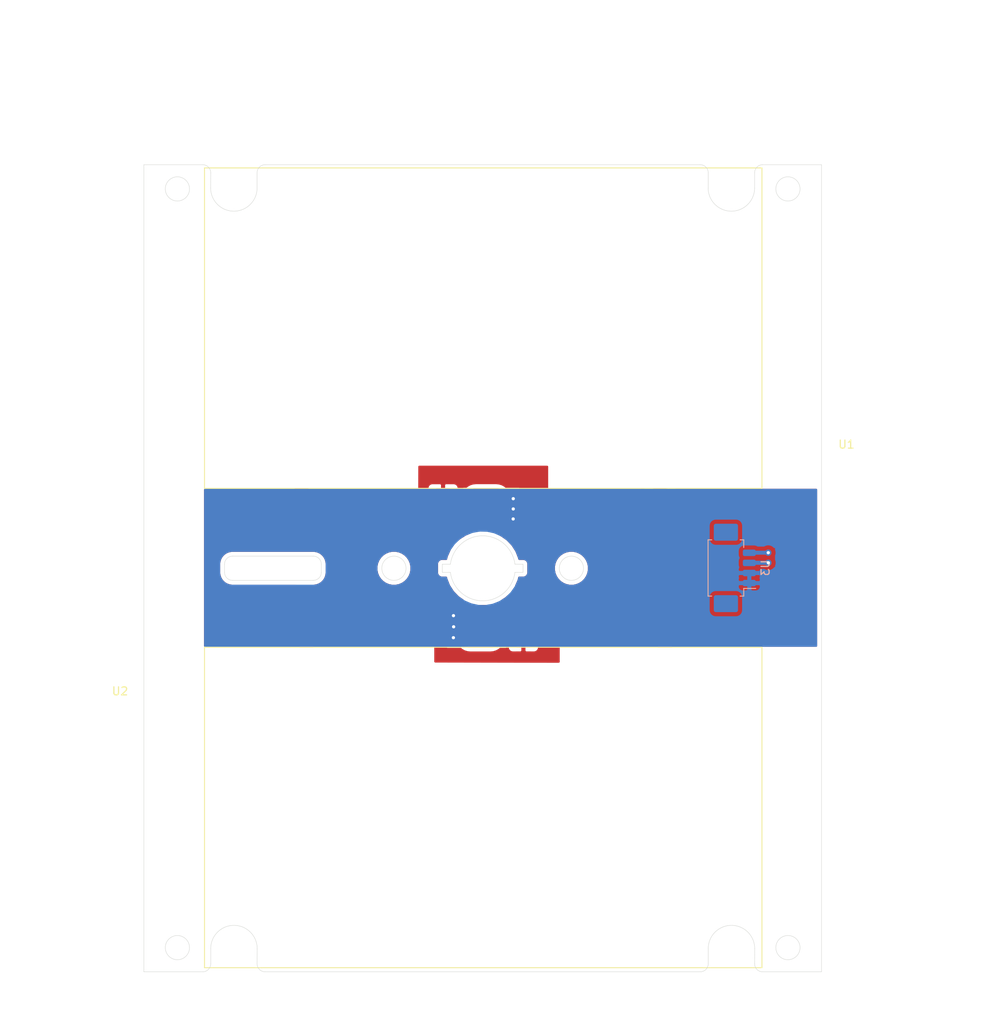
<source format=kicad_pcb>
(kicad_pcb (version 20171130) (host pcbnew "(5.1.9-0-10_14)")

  (general
    (thickness 1.6)
    (drawings 74)
    (tracks 24)
    (zones 0)
    (modules 3)
    (nets 3)
  )

  (page A4)
  (title_block
    (title "OwlSat Solar Panel (X/Y no RBF)")
    (date 2021-08-12)
    (rev 4)
    (company "SEDS Rice")
    (comment 1 "See \"OwlSat Solar Panel (X/Y with RBF)\" for PCB with RBF pin.")
    (comment 2 "See \"OwlSat Solar Panel (Z) for Z-face PCB.")
  )

  (layers
    (0 F.Cu signal)
    (31 B.Cu signal)
    (32 B.Adhes user)
    (33 F.Adhes user)
    (34 B.Paste user)
    (35 F.Paste user)
    (36 B.SilkS user)
    (37 F.SilkS user)
    (38 B.Mask user)
    (39 F.Mask user)
    (40 Dwgs.User user)
    (41 Cmts.User user)
    (42 Eco1.User user)
    (43 Eco2.User user)
    (44 Edge.Cuts user)
    (45 Margin user)
    (46 B.CrtYd user)
    (47 F.CrtYd user)
    (48 B.Fab user)
    (49 F.Fab user)
  )

  (setup
    (last_trace_width 0.25)
    (user_trace_width 0.5)
    (trace_clearance 0.2)
    (zone_clearance 0.508)
    (zone_45_only no)
    (trace_min 0.2)
    (via_size 0.8)
    (via_drill 0.4)
    (via_min_size 0.4)
    (via_min_drill 0.3)
    (uvia_size 0.3)
    (uvia_drill 0.1)
    (uvias_allowed no)
    (uvia_min_size 0.2)
    (uvia_min_drill 0.1)
    (edge_width 0.05)
    (segment_width 0.2)
    (pcb_text_width 0.3)
    (pcb_text_size 1.5 1.5)
    (mod_edge_width 0.12)
    (mod_text_size 1 1)
    (mod_text_width 0.15)
    (pad_size 1.524 1.524)
    (pad_drill 0.762)
    (pad_to_mask_clearance 0)
    (aux_axis_origin 0 0)
    (visible_elements FFFFFF7F)
    (pcbplotparams
      (layerselection 0x010fc_ffffffff)
      (usegerberextensions true)
      (usegerberattributes true)
      (usegerberadvancedattributes true)
      (creategerberjobfile true)
      (excludeedgelayer true)
      (linewidth 0.100000)
      (plotframeref false)
      (viasonmask false)
      (mode 1)
      (useauxorigin false)
      (hpglpennumber 1)
      (hpglpenspeed 20)
      (hpglpendiameter 15.000000)
      (psnegative false)
      (psa4output false)
      (plotreference true)
      (plotvalue true)
      (plotinvisibletext false)
      (padsonsilk false)
      (subtractmaskfromsilk false)
      (outputformat 1)
      (mirror false)
      (drillshape 0)
      (scaleselection 1)
      (outputdirectory "../Solar Panels/XY_Vent/"))
  )

  (net 0 "")
  (net 1 "Net-(U1-Pad1)")
  (net 2 "Net-(U1-Pad2)")

  (net_class Default "This is the default net class."
    (clearance 0.2)
    (trace_width 0.25)
    (via_dia 0.8)
    (via_drill 0.4)
    (uvia_dia 0.3)
    (uvia_drill 0.1)
    (add_net "Net-(U1-Pad1)")
    (add_net "Net-(U1-Pad2)")
  )

  (module Battery:Spectrolab_XTE-SF_Solar_Cell (layer F.Cu) (tedit 60EDEB11) (tstamp 61155376)
    (at 183.23 85.01 180)
    (path /611554CA)
    (fp_text reference U1 (at -10.47 5.44) (layer F.SilkS)
      (effects (font (size 1 1) (thickness 0.15)))
    )
    (fp_text value Spectrolab_XTE-SF_Solar_Cells (at -13.44 -5.52) (layer F.Fab)
      (effects (font (size 1 1) (thickness 0.15)))
    )
    (fp_line (start 0 0) (end 69.1 0) (layer F.SilkS) (width 0.12))
    (fp_line (start 69.1 0) (end 69.1 39.7) (layer F.SilkS) (width 0.12))
    (fp_line (start 69.1 39.7) (end 0 39.7) (layer F.SilkS) (width 0.12))
    (fp_line (start 0 39.7) (end 0 0) (layer F.SilkS) (width 0.12))
    (pad 4 smd roundrect (at 57.08 -3.5 180) (size 2.6 7) (layers F.Cu F.Paste F.Mask) (roundrect_rratio 0.25)
      (net 1 "Net-(U1-Pad1)"))
    (pad 3 smd roundrect (at 39.53 -3.5 180) (size 2.6 7) (layers F.Cu F.Paste F.Mask) (roundrect_rratio 0.25)
      (net 1 "Net-(U1-Pad1)"))
    (pad 2 smd roundrect (at 34.2 -2.62 180) (size 5 5.25) (layers F.Cu F.Paste F.Mask) (roundrect_rratio 0.25)
      (net 2 "Net-(U1-Pad2)"))
    (pad 1 smd roundrect (at 12.63 -3.5 180) (size 2.6 7) (layers F.Cu F.Paste F.Mask) (roundrect_rratio 0.25)
      (net 1 "Net-(U1-Pad1)"))
  )

  (module Battery:Spectrolab_XTE-SF_Solar_Cell (layer F.Cu) (tedit 60EDEB11) (tstamp 61155382)
    (at 114.13 104.7)
    (path /6115468C)
    (fp_text reference U2 (at -10.47 5.44) (layer F.SilkS)
      (effects (font (size 1 1) (thickness 0.15)))
    )
    (fp_text value Spectrolab_XTE-SF_Solar_Cells (at -13.44 -5.52) (layer F.Fab)
      (effects (font (size 1 1) (thickness 0.15)))
    )
    (fp_line (start 0 39.7) (end 0 0) (layer F.SilkS) (width 0.12))
    (fp_line (start 69.1 39.7) (end 0 39.7) (layer F.SilkS) (width 0.12))
    (fp_line (start 69.1 0) (end 69.1 39.7) (layer F.SilkS) (width 0.12))
    (fp_line (start 0 0) (end 69.1 0) (layer F.SilkS) (width 0.12))
    (pad 1 smd roundrect (at 12.63 -3.5) (size 2.6 7) (layers F.Cu F.Paste F.Mask) (roundrect_rratio 0.25)
      (net 1 "Net-(U1-Pad1)"))
    (pad 2 smd roundrect (at 34.2 -2.62) (size 5 5.25) (layers F.Cu F.Paste F.Mask) (roundrect_rratio 0.25)
      (net 2 "Net-(U1-Pad2)"))
    (pad 3 smd roundrect (at 39.53 -3.5) (size 2.6 7) (layers F.Cu F.Paste F.Mask) (roundrect_rratio 0.25)
      (net 1 "Net-(U1-Pad1)"))
    (pad 4 smd roundrect (at 57.08 -3.5) (size 2.6 7) (layers F.Cu F.Paste F.Mask) (roundrect_rratio 0.25)
      (net 1 "Net-(U1-Pad1)"))
  )

  (module Connector_Molex:Molex_PicoBlade_53261-0471_1x04-1MP_P1.25mm_Horizontal (layer B.Cu) (tedit 5B78AD89) (tstamp 611553AB)
    (at 179.26 94.87 90)
    (descr "Molex PicoBlade series connector, 53261-0471 (http://www.molex.com/pdm_docs/sd/532610271_sd.pdf), generated with kicad-footprint-generator")
    (tags "connector Molex PicoBlade top entry")
    (path /6115C32C)
    (attr smd)
    (fp_text reference U3 (at 0 4.4 -90) (layer B.SilkS)
      (effects (font (size 1 1) (thickness 0.15)) (justify mirror))
    )
    (fp_text value PicoBlade_Connector (at 0 -3.8 -90) (layer B.Fab)
      (effects (font (size 1 1) (thickness 0.15)) (justify mirror))
    )
    (fp_line (start -3.375 1.6) (end 3.375 1.6) (layer B.Fab) (width 0.1))
    (fp_line (start -3.485 1.26) (end -3.485 1.71) (layer B.SilkS) (width 0.12))
    (fp_line (start -3.485 1.71) (end -2.535 1.71) (layer B.SilkS) (width 0.12))
    (fp_line (start -2.535 1.71) (end -2.535 3.2) (layer B.SilkS) (width 0.12))
    (fp_line (start 3.485 1.26) (end 3.485 1.71) (layer B.SilkS) (width 0.12))
    (fp_line (start 3.485 1.71) (end 2.535 1.71) (layer B.SilkS) (width 0.12))
    (fp_line (start -3.485 -2.26) (end -3.485 -2.71) (layer B.SilkS) (width 0.12))
    (fp_line (start -3.485 -2.71) (end 3.485 -2.71) (layer B.SilkS) (width 0.12))
    (fp_line (start 3.485 -2.71) (end 3.485 -2.26) (layer B.SilkS) (width 0.12))
    (fp_line (start -3.375 -2.6) (end 3.375 -2.6) (layer B.Fab) (width 0.1))
    (fp_line (start -3.375 1.6) (end -3.375 -2.6) (layer B.Fab) (width 0.1))
    (fp_line (start 3.375 1.6) (end 3.375 -2.6) (layer B.Fab) (width 0.1))
    (fp_line (start -3.375 0.6) (end -4.875 0.6) (layer B.Fab) (width 0.1))
    (fp_line (start -4.875 0.6) (end -5.075 0.4) (layer B.Fab) (width 0.1))
    (fp_line (start -5.075 0.4) (end -5.075 -1.4) (layer B.Fab) (width 0.1))
    (fp_line (start -5.075 -1.4) (end -4.875 -1.6) (layer B.Fab) (width 0.1))
    (fp_line (start -4.875 -1.6) (end -4.875 -2.2) (layer B.Fab) (width 0.1))
    (fp_line (start -4.875 -2.2) (end -3.375 -2.2) (layer B.Fab) (width 0.1))
    (fp_line (start 3.375 0.6) (end 4.875 0.6) (layer B.Fab) (width 0.1))
    (fp_line (start 4.875 0.6) (end 5.075 0.4) (layer B.Fab) (width 0.1))
    (fp_line (start 5.075 0.4) (end 5.075 -1.4) (layer B.Fab) (width 0.1))
    (fp_line (start 5.075 -1.4) (end 4.875 -1.6) (layer B.Fab) (width 0.1))
    (fp_line (start 4.875 -1.6) (end 4.875 -2.2) (layer B.Fab) (width 0.1))
    (fp_line (start 4.875 -2.2) (end 3.375 -2.2) (layer B.Fab) (width 0.1))
    (fp_line (start -5.98 3.7) (end -5.98 -3.1) (layer B.CrtYd) (width 0.05))
    (fp_line (start -5.98 -3.1) (end 5.98 -3.1) (layer B.CrtYd) (width 0.05))
    (fp_line (start 5.98 -3.1) (end 5.98 3.7) (layer B.CrtYd) (width 0.05))
    (fp_line (start 5.98 3.7) (end -5.98 3.7) (layer B.CrtYd) (width 0.05))
    (fp_line (start -2.375 1.6) (end -1.875 0.892893) (layer B.Fab) (width 0.1))
    (fp_line (start -1.875 0.892893) (end -1.375 1.6) (layer B.Fab) (width 0.1))
    (fp_text user %R (at 0 -1.9 -90) (layer B.Fab)
      (effects (font (size 1 1) (thickness 0.15)) (justify mirror))
    )
    (pad 1 smd roundrect (at -1.875 2.4 90) (size 0.8 1.6) (layers B.Cu B.Paste B.Mask) (roundrect_rratio 0.25)
      (net 2 "Net-(U1-Pad2)"))
    (pad 2 smd roundrect (at -0.625 2.4 90) (size 0.8 1.6) (layers B.Cu B.Paste B.Mask) (roundrect_rratio 0.25)
      (net 2 "Net-(U1-Pad2)"))
    (pad 3 smd roundrect (at 0.625 2.4 90) (size 0.8 1.6) (layers B.Cu B.Paste B.Mask) (roundrect_rratio 0.25)
      (net 1 "Net-(U1-Pad1)"))
    (pad 4 smd roundrect (at 1.875 2.4 90) (size 0.8 1.6) (layers B.Cu B.Paste B.Mask) (roundrect_rratio 0.25)
      (net 1 "Net-(U1-Pad1)"))
    (pad MP smd roundrect (at -4.425 -0.5 90) (size 2.1 3) (layers B.Cu B.Paste B.Mask) (roundrect_rratio 0.1190471428571429))
    (pad MP smd roundrect (at 4.425 -0.5 90) (size 2.1 3) (layers B.Cu B.Paste B.Mask) (roundrect_rratio 0.1190471428571429))
    (model ${KISYS3DMOD}/Connector_Molex.3dshapes/Molex_PicoBlade_53261-0471_1x04-1MP_P1.25mm_Horizontal.wrl
      (at (xyz 0 0 0))
      (scale (xyz 1 1 1))
      (rotate (xyz 0 0 0))
    )
  )

  (gr_arc (start 117.61 95.41) (end 116.61 95.41) (angle -90) (layer Edge.Cuts) (width 0.05) (tstamp 619A84D9))
  (gr_arc (start 127.61 95.41) (end 127.61 96.41) (angle -90) (layer Edge.Cuts) (width 0.05) (tstamp 619A84D8))
  (gr_line (start 128.61 95.41) (end 128.61 94.41) (layer Edge.Cuts) (width 0.05) (tstamp 619A84D7))
  (gr_arc (start 117.61 94.41) (end 117.61 93.41) (angle -90) (layer Edge.Cuts) (width 0.05) (tstamp 619A84D6))
  (gr_arc (start 127.61 94.41) (end 128.61 94.41) (angle -90) (layer Edge.Cuts) (width 0.05) (tstamp 619A84D5))
  (dimension 3 (width 0.15) (layer Dwgs.User) (tstamp 619A84D3)
    (gr_text "3.000 mm" (at 124.25 94.91 90) (layer Dwgs.User) (tstamp 619A84D3)
      (effects (font (size 1 1) (thickness 0.15)))
    )
    (feature1 (pts (xy 128.61 93.41) (xy 124.963579 93.41)))
    (feature2 (pts (xy 128.61 96.41) (xy 124.963579 96.41)))
    (crossbar (pts (xy 125.55 96.41) (xy 125.55 93.41)))
    (arrow1a (pts (xy 125.55 93.41) (xy 126.136421 94.536504)))
    (arrow1b (pts (xy 125.55 93.41) (xy 124.963579 94.536504)))
    (arrow2a (pts (xy 125.55 96.41) (xy 126.136421 95.283496)))
    (arrow2b (pts (xy 125.55 96.41) (xy 124.963579 95.283496)))
  )
  (gr_line (start 116.61 95.41) (end 116.61 94.41) (layer Edge.Cuts) (width 0.05) (tstamp 619A84D2))
  (gr_line (start 127.61 96.41) (end 117.61 96.41) (layer Edge.Cuts) (width 0.05) (tstamp 619A84D1))
  (gr_line (start 127.61 93.41) (end 117.61 93.41) (layer Edge.Cuts) (width 0.05) (tstamp 619A84D0))
  (dimension 10 (width 0.15) (layer Dwgs.User)
    (gr_text "10.000 mm" (at 111.61 91.15) (layer Dwgs.User)
      (effects (font (size 1 1) (thickness 0.15)))
    )
    (feature1 (pts (xy 116.61 94.91) (xy 116.61 91.863579)))
    (feature2 (pts (xy 106.61 94.91) (xy 106.61 91.863579)))
    (crossbar (pts (xy 106.61 92.45) (xy 116.61 92.45)))
    (arrow1a (pts (xy 116.61 92.45) (xy 115.483496 93.036421)))
    (arrow1b (pts (xy 116.61 92.45) (xy 115.483496 91.863579)))
    (arrow2a (pts (xy 106.61 92.45) (xy 107.736504 93.036421)))
    (arrow2b (pts (xy 106.61 92.45) (xy 107.736504 91.863579)))
  )
  (gr_arc (start 148.61 94.91) (end 144.610001 95.409999) (angle -165.7499673) (layer Edge.Cuts) (width 0.05))
  (gr_line (start 143.61 95.41) (end 144.61 95.41) (layer Edge.Cuts) (width 0.05))
  (gr_line (start 143.61 94.41) (end 143.61 95.41) (layer Edge.Cuts) (width 0.05))
  (gr_line (start 144.610001 94.409999) (end 143.61 94.41) (layer Edge.Cuts) (width 0.05))
  (gr_arc (start 148.61 94.92) (end 152.609999 94.410001) (angle -165.4679831) (layer Edge.Cuts) (width 0.05))
  (gr_line (start 153.61 95.41) (end 152.61 95.41) (layer Edge.Cuts) (width 0.05))
  (gr_line (start 153.61 94.41) (end 152.61 94.41) (layer Edge.Cuts) (width 0.05))
  (gr_line (start 153.61 94.41) (end 153.61 95.41) (layer Edge.Cuts) (width 0.05))
  (dimension 5 (width 0.15) (layer Dwgs.User)
    (gr_text "5.000 mm" (at 151.11 93.11) (layer Dwgs.User)
      (effects (font (size 1 1) (thickness 0.15)))
    )
    (feature1 (pts (xy 153.61 94.91) (xy 153.61 93.823579)))
    (feature2 (pts (xy 148.61 94.91) (xy 148.61 93.823579)))
    (crossbar (pts (xy 148.61 94.41) (xy 153.61 94.41)))
    (arrow1a (pts (xy 153.61 94.41) (xy 152.483496 94.996421)))
    (arrow1b (pts (xy 153.61 94.41) (xy 152.483496 93.823579)))
    (arrow2a (pts (xy 148.61 94.41) (xy 149.736504 94.996421)))
    (arrow2b (pts (xy 148.61 94.41) (xy 149.736504 93.823579)))
  )
  (gr_circle (center 137.61 94.91) (end 139.11 94.91) (layer Edge.Cuts) (width 0.05))
  (gr_circle (center 159.61 94.91) (end 161.11 94.91) (layer Edge.Cuts) (width 0.05))
  (dimension 31 (width 0.15) (layer Dwgs.User)
    (gr_text "31.000 mm" (at 175.11 93.61) (layer Dwgs.User)
      (effects (font (size 1 1) (thickness 0.15)))
    )
    (feature1 (pts (xy 159.61 94.91) (xy 159.61 94.323579)))
    (feature2 (pts (xy 190.61 94.91) (xy 190.61 94.323579)))
    (crossbar (pts (xy 190.61 94.91) (xy 159.61 94.91)))
    (arrow1a (pts (xy 159.61 94.91) (xy 160.736504 94.323579)))
    (arrow1b (pts (xy 159.61 94.91) (xy 160.736504 95.496421)))
    (arrow2a (pts (xy 190.61 94.91) (xy 189.483496 94.323579)))
    (arrow2b (pts (xy 190.61 94.91) (xy 189.483496 95.496421)))
  )
  (dimension 31 (width 0.15) (layer Dwgs.User)
    (gr_text "31.000 mm" (at 122.11 96.21) (layer Dwgs.User)
      (effects (font (size 1 1) (thickness 0.15)))
    )
    (feature1 (pts (xy 137.61 94.91) (xy 137.61 95.496421)))
    (feature2 (pts (xy 106.61 94.91) (xy 106.61 95.496421)))
    (crossbar (pts (xy 106.61 94.91) (xy 137.61 94.91)))
    (arrow1a (pts (xy 137.61 94.91) (xy 136.483496 95.496421)))
    (arrow1b (pts (xy 137.61 94.91) (xy 136.483496 94.323579)))
    (arrow2a (pts (xy 106.61 94.91) (xy 107.736504 95.496421)))
    (arrow2b (pts (xy 106.61 94.91) (xy 107.736504 94.323579)))
  )
  (gr_line (start 121.65 44.91) (end 175.57 44.91) (layer Edge.Cuts) (width 0.05) (tstamp 619A7A27))
  (gr_line (start 106.61 44.91) (end 113.9 44.91) (layer Edge.Cuts) (width 0.05) (tstamp 619A7A1A))
  (gr_line (start 183.32 44.91) (end 190.61 44.91) (layer Edge.Cuts) (width 0.05) (tstamp 619A7A0D))
  (gr_line (start 176.56 47.79) (end 176.57 45.91) (layer Edge.Cuts) (width 0.05) (tstamp 619A78C1))
  (gr_arc (start 175.57 45.91) (end 176.57 45.91) (angle -90) (layer Edge.Cuts) (width 0.05) (tstamp 619A78C0))
  (gr_arc (start 179.44 47.79) (end 176.56 47.79) (angle -180) (layer Edge.Cuts) (width 0.05) (tstamp 619A78BF))
  (gr_line (start 182.32 45.91) (end 182.32 47.79) (layer Edge.Cuts) (width 0.05) (tstamp 619A78BE))
  (gr_arc (start 183.32 45.91) (end 183.32 44.91) (angle -90) (layer Edge.Cuts) (width 0.05) (tstamp 619A78BD))
  (gr_line (start 114.89 47.79) (end 114.9 45.91) (layer Edge.Cuts) (width 0.05) (tstamp 619A78C1))
  (gr_arc (start 113.9 45.91) (end 114.9 45.91) (angle -90) (layer Edge.Cuts) (width 0.05) (tstamp 619A78C0))
  (gr_arc (start 117.77 47.79) (end 114.89 47.79) (angle -180) (layer Edge.Cuts) (width 0.05) (tstamp 619A78BF))
  (gr_line (start 120.65 45.91) (end 120.65 47.79) (layer Edge.Cuts) (width 0.05) (tstamp 619A78BE))
  (gr_arc (start 121.65 45.91) (end 121.65 44.91) (angle -90) (layer Edge.Cuts) (width 0.05) (tstamp 619A78BD))
  (gr_line (start 113.9 144.91) (end 106.61 144.91) (layer Edge.Cuts) (width 0.05) (tstamp 619A791E))
  (gr_line (start 175.57 144.91) (end 121.65 144.91) (layer Edge.Cuts) (width 0.05) (tstamp 619A7913))
  (gr_line (start 190.61 144.91) (end 183.32 144.91) (layer Edge.Cuts) (width 0.05))
  (gr_line (start 182.33 142.03) (end 182.32 143.91) (layer Edge.Cuts) (width 0.05) (tstamp 619A77F3))
  (gr_arc (start 183.32 143.91) (end 182.32 143.91) (angle -90) (layer Edge.Cuts) (width 0.05) (tstamp 619A77F2))
  (gr_arc (start 179.45 142.03) (end 182.33 142.03) (angle -180) (layer Edge.Cuts) (width 0.05) (tstamp 619A77F1))
  (gr_arc (start 175.57 143.91) (end 175.57 144.91) (angle -90) (layer Edge.Cuts) (width 0.05) (tstamp 619A77EC))
  (gr_line (start 176.57 143.91) (end 176.57 142.03) (layer Edge.Cuts) (width 0.05) (tstamp 619A77E7))
  (gr_line (start 114.9 143.91) (end 114.9 142.03) (layer Edge.Cuts) (width 0.05) (tstamp 619A760D))
  (gr_line (start 120.66 142.03) (end 120.65 143.91) (layer Edge.Cuts) (width 0.05) (tstamp 619A7605))
  (gr_arc (start 121.65 143.91) (end 120.65 143.91) (angle -90) (layer Edge.Cuts) (width 0.05))
  (dimension 1 (width 0.15) (layer Dwgs.User)
    (gr_text "1.000 mm" (at 121.15 142.61) (layer Dwgs.User)
      (effects (font (size 1 1) (thickness 0.15)))
    )
    (feature1 (pts (xy 121.65 144.91) (xy 121.65 143.323579)))
    (feature2 (pts (xy 120.65 144.91) (xy 120.65 143.323579)))
    (crossbar (pts (xy 120.65 143.91) (xy 121.65 143.91)))
    (arrow1a (pts (xy 121.65 143.91) (xy 120.523496 144.496421)))
    (arrow1b (pts (xy 121.65 143.91) (xy 120.523496 143.323579)))
    (arrow2a (pts (xy 120.65 143.91) (xy 121.776504 144.496421)))
    (arrow2b (pts (xy 120.65 143.91) (xy 121.776504 143.323579)))
  )
  (gr_arc (start 113.9 143.91) (end 113.9 144.91) (angle -90) (layer Edge.Cuts) (width 0.05))
  (dimension 1 (width 0.15) (layer Dwgs.User)
    (gr_text "1.000 mm" (at 114.4 142.61) (layer Dwgs.User)
      (effects (font (size 1 1) (thickness 0.15)))
    )
    (feature1 (pts (xy 113.9 144.91) (xy 113.9 143.323579)))
    (feature2 (pts (xy 114.9 144.91) (xy 114.9 143.323579)))
    (crossbar (pts (xy 114.9 143.91) (xy 113.9 143.91)))
    (arrow1a (pts (xy 113.9 143.91) (xy 115.026504 143.323579)))
    (arrow1b (pts (xy 113.9 143.91) (xy 115.026504 144.496421)))
    (arrow2a (pts (xy 114.9 143.91) (xy 113.773496 143.323579)))
    (arrow2b (pts (xy 114.9 143.91) (xy 113.773496 144.496421)))
  )
  (gr_arc (start 117.78 142.03) (end 120.66 142.03) (angle -180) (layer Edge.Cuts) (width 0.05))
  (dimension 2.88 (width 0.15) (layer Dwgs.User)
    (gr_text "2.880 mm" (at 119.08 143.47 90) (layer Dwgs.User)
      (effects (font (size 1 1) (thickness 0.15)))
    )
    (feature1 (pts (xy 117.78 142.03) (xy 118.366421 142.03)))
    (feature2 (pts (xy 117.78 144.91) (xy 118.366421 144.91)))
    (crossbar (pts (xy 117.78 144.91) (xy 117.78 142.03)))
    (arrow1a (pts (xy 117.78 142.03) (xy 118.366421 143.156504)))
    (arrow1b (pts (xy 117.78 142.03) (xy 117.193579 143.156504)))
    (arrow2a (pts (xy 117.78 144.91) (xy 118.366421 143.783496)))
    (arrow2b (pts (xy 117.78 144.91) (xy 117.193579 143.783496)))
  )
  (dimension 14.04 (width 0.15) (layer Dwgs.User)
    (gr_text "14.040 mm" (at 183.59 38.87) (layer Dwgs.User)
      (effects (font (size 1 1) (thickness 0.15)))
    )
    (feature1 (pts (xy 176.57 44.91) (xy 176.57 39.583579)))
    (feature2 (pts (xy 190.61 44.91) (xy 190.61 39.583579)))
    (crossbar (pts (xy 190.61 40.17) (xy 176.57 40.17)))
    (arrow1a (pts (xy 176.57 40.17) (xy 177.696504 39.583579)))
    (arrow1b (pts (xy 176.57 40.17) (xy 177.696504 40.756421)))
    (arrow2a (pts (xy 190.61 40.17) (xy 189.483496 39.583579)))
    (arrow2b (pts (xy 190.61 40.17) (xy 189.483496 40.756421)))
  )
  (dimension 8.29 (width 0.15) (layer Dwgs.User)
    (gr_text "8.290 mm" (at 186.465 42.13) (layer Dwgs.User)
      (effects (font (size 1 1) (thickness 0.15)))
    )
    (feature1 (pts (xy 182.32 44.91) (xy 182.32 42.843579)))
    (feature2 (pts (xy 190.61 44.91) (xy 190.61 42.843579)))
    (crossbar (pts (xy 190.61 43.43) (xy 182.32 43.43)))
    (arrow1a (pts (xy 182.32 43.43) (xy 183.446504 42.843579)))
    (arrow1b (pts (xy 182.32 43.43) (xy 183.446504 44.016421)))
    (arrow2a (pts (xy 190.61 43.43) (xy 189.483496 42.843579)))
    (arrow2b (pts (xy 190.61 43.43) (xy 189.483496 44.016421)))
  )
  (dimension 14.04 (width 0.15) (layer Dwgs.User)
    (gr_text "14.040 mm" (at 113.63 38.46) (layer Dwgs.User)
      (effects (font (size 1 1) (thickness 0.15)))
    )
    (feature1 (pts (xy 120.65 44.91) (xy 120.65 39.173579)))
    (feature2 (pts (xy 106.61 44.91) (xy 106.61 39.173579)))
    (crossbar (pts (xy 106.61 39.76) (xy 120.65 39.76)))
    (arrow1a (pts (xy 120.65 39.76) (xy 119.523496 40.346421)))
    (arrow1b (pts (xy 120.65 39.76) (xy 119.523496 39.173579)))
    (arrow2a (pts (xy 106.61 39.76) (xy 107.736504 40.346421)))
    (arrow2b (pts (xy 106.61 39.76) (xy 107.736504 39.173579)))
  )
  (dimension 8.29 (width 0.15) (layer Dwgs.User)
    (gr_text "8.290 mm" (at 110.755 41.52) (layer Dwgs.User)
      (effects (font (size 1 1) (thickness 0.15)))
    )
    (feature1 (pts (xy 114.9 44.91) (xy 114.9 42.233579)))
    (feature2 (pts (xy 106.61 44.91) (xy 106.61 42.233579)))
    (crossbar (pts (xy 106.61 42.82) (xy 114.9 42.82)))
    (arrow1a (pts (xy 114.9 42.82) (xy 113.773496 43.406421)))
    (arrow1b (pts (xy 114.9 42.82) (xy 113.773496 42.233579)))
    (arrow2a (pts (xy 106.61 42.82) (xy 107.736504 43.406421)))
    (arrow2b (pts (xy 106.61 42.82) (xy 107.736504 42.233579)))
  )
  (dimension 14.04 (width 0.15) (layer Dwgs.User)
    (gr_text "14.040 mm" (at 183.59 152.01) (layer Dwgs.User)
      (effects (font (size 1 1) (thickness 0.15)))
    )
    (feature1 (pts (xy 176.57 144.91) (xy 176.57 151.296421)))
    (feature2 (pts (xy 190.61 144.91) (xy 190.61 151.296421)))
    (crossbar (pts (xy 190.61 150.71) (xy 176.57 150.71)))
    (arrow1a (pts (xy 176.57 150.71) (xy 177.696504 150.123579)))
    (arrow1b (pts (xy 176.57 150.71) (xy 177.696504 151.296421)))
    (arrow2a (pts (xy 190.61 150.71) (xy 189.483496 150.123579)))
    (arrow2b (pts (xy 190.61 150.71) (xy 189.483496 151.296421)))
  )
  (dimension 8.29 (width 0.15) (layer Dwgs.User)
    (gr_text "8.290 mm" (at 186.465 148.72) (layer Dwgs.User)
      (effects (font (size 1 1) (thickness 0.15)))
    )
    (feature1 (pts (xy 182.32 144.91) (xy 182.32 148.006421)))
    (feature2 (pts (xy 190.61 144.91) (xy 190.61 148.006421)))
    (crossbar (pts (xy 190.61 147.42) (xy 182.32 147.42)))
    (arrow1a (pts (xy 182.32 147.42) (xy 183.446504 146.833579)))
    (arrow1b (pts (xy 182.32 147.42) (xy 183.446504 148.006421)))
    (arrow2a (pts (xy 190.61 147.42) (xy 189.483496 146.833579)))
    (arrow2b (pts (xy 190.61 147.42) (xy 189.483496 148.006421)))
  )
  (dimension 14.04 (width 0.15) (layer Dwgs.User)
    (gr_text "14.040 mm" (at 113.63 151.88) (layer Dwgs.User)
      (effects (font (size 1 1) (thickness 0.15)))
    )
    (feature1 (pts (xy 120.65 144.91) (xy 120.65 151.166421)))
    (feature2 (pts (xy 106.61 144.91) (xy 106.61 151.166421)))
    (crossbar (pts (xy 106.61 150.58) (xy 120.65 150.58)))
    (arrow1a (pts (xy 120.65 150.58) (xy 119.523496 151.166421)))
    (arrow1b (pts (xy 120.65 150.58) (xy 119.523496 149.993579)))
    (arrow2a (pts (xy 106.61 150.58) (xy 107.736504 151.166421)))
    (arrow2b (pts (xy 106.61 150.58) (xy 107.736504 149.993579)))
  )
  (dimension 8.29 (width 0.15) (layer Dwgs.User)
    (gr_text "8.290 mm" (at 110.755 148.35) (layer Dwgs.User)
      (effects (font (size 1 1) (thickness 0.15)))
    )
    (feature1 (pts (xy 114.9 144.91) (xy 114.9 147.636421)))
    (feature2 (pts (xy 106.61 144.91) (xy 106.61 147.636421)))
    (crossbar (pts (xy 106.61 147.05) (xy 114.9 147.05)))
    (arrow1a (pts (xy 114.9 147.05) (xy 113.773496 147.636421)))
    (arrow1b (pts (xy 114.9 147.05) (xy 113.773496 146.463579)))
    (arrow2a (pts (xy 106.61 147.05) (xy 107.736504 147.636421)))
    (arrow2b (pts (xy 106.61 147.05) (xy 107.736504 146.463579)))
  )
  (gr_circle (center 186.45 141.91) (end 187.95 141.91) (layer Edge.Cuts) (width 0.05))
  (gr_circle (center 186.45 47.91) (end 187.95 47.91) (layer Edge.Cuts) (width 0.05))
  (gr_circle (center 110.77 47.91) (end 112.27 47.91) (layer Edge.Cuts) (width 0.05))
  (gr_circle (center 110.77 141.91) (end 112.27 141.89) (layer Edge.Cuts) (width 0.05))
  (dimension 4.16 (width 0.15) (layer Dwgs.User)
    (gr_text "4.160 mm" (at 188.53 30.07) (layer Dwgs.User)
      (effects (font (size 1 1) (thickness 0.15)))
    )
    (feature1 (pts (xy 186.45 144.91) (xy 186.45 30.783579)))
    (feature2 (pts (xy 190.61 144.91) (xy 190.61 30.783579)))
    (crossbar (pts (xy 190.61 31.37) (xy 186.45 31.37)))
    (arrow1a (pts (xy 186.45 31.37) (xy 187.576504 30.783579)))
    (arrow1b (pts (xy 186.45 31.37) (xy 187.576504 31.956421)))
    (arrow2a (pts (xy 190.61 31.37) (xy 189.483496 30.783579)))
    (arrow2b (pts (xy 190.61 31.37) (xy 189.483496 31.956421)))
  )
  (dimension 4.16 (width 0.15) (layer Dwgs.User)
    (gr_text "4.160 mm" (at 108.69 32.98) (layer Dwgs.User)
      (effects (font (size 1 1) (thickness 0.15)))
    )
    (feature1 (pts (xy 110.77 144.91) (xy 110.77 33.693579)))
    (feature2 (pts (xy 106.61 144.91) (xy 106.61 33.693579)))
    (crossbar (pts (xy 106.61 34.28) (xy 110.77 34.28)))
    (arrow1a (pts (xy 110.77 34.28) (xy 109.643496 34.866421)))
    (arrow1b (pts (xy 110.77 34.28) (xy 109.643496 33.693579)))
    (arrow2a (pts (xy 106.61 34.28) (xy 107.736504 34.866421)))
    (arrow2b (pts (xy 106.61 34.28) (xy 107.736504 33.693579)))
  )
  (dimension 42 (width 0.15) (layer Dwgs.User)
    (gr_text "42.000 mm" (at 127.61 146.67) (layer Dwgs.User)
      (effects (font (size 1 1) (thickness 0.15)))
    )
    (feature1 (pts (xy 148.61 24.58) (xy 148.61 145.956421)))
    (feature2 (pts (xy 106.61 24.58) (xy 106.61 145.956421)))
    (crossbar (pts (xy 106.61 145.37) (xy 148.61 145.37)))
    (arrow1a (pts (xy 148.61 145.37) (xy 147.483496 145.956421)))
    (arrow1b (pts (xy 148.61 145.37) (xy 147.483496 144.783579)))
    (arrow2a (pts (xy 106.61 145.37) (xy 107.736504 145.956421)))
    (arrow2b (pts (xy 106.61 145.37) (xy 107.736504 144.783579)))
  )
  (dimension 50 (width 0.15) (layer Dwgs.User)
    (gr_text "50.000 mm" (at 209.52 69.91 270) (layer Dwgs.User)
      (effects (font (size 1 1) (thickness 0.15)))
    )
    (feature1 (pts (xy 106.61 94.91) (xy 208.806421 94.91)))
    (feature2 (pts (xy 106.61 44.91) (xy 208.806421 44.91)))
    (crossbar (pts (xy 208.22 44.91) (xy 208.22 94.91)))
    (arrow1a (pts (xy 208.22 94.91) (xy 207.633579 93.783496)))
    (arrow1b (pts (xy 208.22 94.91) (xy 208.806421 93.783496)))
    (arrow2a (pts (xy 208.22 44.91) (xy 207.633579 46.036504)))
    (arrow2b (pts (xy 208.22 44.91) (xy 208.806421 46.036504)))
  )
  (dimension 3 (width 0.15) (layer Dwgs.User)
    (gr_text "3.000 mm" (at 195.58 143.41 90) (layer Dwgs.User)
      (effects (font (size 1 1) (thickness 0.15)))
    )
    (feature1 (pts (xy 190.61 141.91) (xy 194.866421 141.91)))
    (feature2 (pts (xy 190.61 144.91) (xy 194.866421 144.91)))
    (crossbar (pts (xy 194.28 144.91) (xy 194.28 141.91)))
    (arrow1a (pts (xy 194.28 141.91) (xy 194.866421 143.036504)))
    (arrow1b (pts (xy 194.28 141.91) (xy 193.693579 143.036504)))
    (arrow2a (pts (xy 194.28 144.91) (xy 194.866421 143.783496)))
    (arrow2b (pts (xy 194.28 144.91) (xy 193.693579 143.783496)))
  )
  (dimension 3 (width 0.15) (layer Dwgs.User)
    (gr_text "3.000 mm" (at 103.21 143.41 90) (layer Dwgs.User)
      (effects (font (size 1 1) (thickness 0.15)))
    )
    (feature1 (pts (xy 106.61 141.91) (xy 103.923579 141.91)))
    (feature2 (pts (xy 106.61 144.91) (xy 103.923579 144.91)))
    (crossbar (pts (xy 104.51 144.91) (xy 104.51 141.91)))
    (arrow1a (pts (xy 104.51 141.91) (xy 105.096421 143.036504)))
    (arrow1b (pts (xy 104.51 141.91) (xy 103.923579 143.036504)))
    (arrow2a (pts (xy 104.51 144.91) (xy 105.096421 143.783496)))
    (arrow2b (pts (xy 104.51 144.91) (xy 103.923579 143.783496)))
  )
  (dimension 3 (width 0.15) (layer Dwgs.User)
    (gr_text "3.000 mm" (at 194.06 46.41 270) (layer Dwgs.User)
      (effects (font (size 1 1) (thickness 0.15)))
    )
    (feature1 (pts (xy 190.61 47.91) (xy 193.346421 47.91)))
    (feature2 (pts (xy 190.61 44.91) (xy 193.346421 44.91)))
    (crossbar (pts (xy 192.76 44.91) (xy 192.76 47.91)))
    (arrow1a (pts (xy 192.76 47.91) (xy 192.173579 46.783496)))
    (arrow1b (pts (xy 192.76 47.91) (xy 193.346421 46.783496)))
    (arrow2a (pts (xy 192.76 44.91) (xy 192.173579 46.036504)))
    (arrow2b (pts (xy 192.76 44.91) (xy 193.346421 46.036504)))
  )
  (dimension 3 (width 0.15) (layer Dwgs.User)
    (gr_text "3.000 mm" (at 101.37 46.41 270) (layer Dwgs.User)
      (effects (font (size 1 1) (thickness 0.15)))
    )
    (feature1 (pts (xy 106.61 47.91) (xy 102.083579 47.91)))
    (feature2 (pts (xy 106.61 44.91) (xy 102.083579 44.91)))
    (crossbar (pts (xy 102.67 44.91) (xy 102.67 47.91)))
    (arrow1a (pts (xy 102.67 47.91) (xy 102.083579 46.783496)))
    (arrow1b (pts (xy 102.67 47.91) (xy 103.256421 46.783496)))
    (arrow2a (pts (xy 102.67 44.91) (xy 102.083579 46.036504)))
    (arrow2b (pts (xy 102.67 44.91) (xy 103.256421 46.036504)))
  )
  (gr_line (start 106.61 144.91) (end 106.61 44.91) (layer Edge.Cuts) (width 0.05) (tstamp 61155489))
  (gr_line (start 190.61 44.91) (end 190.61 144.91) (layer Edge.Cuts) (width 0.05))

  (via (at 184.01 92.98) (size 0.8) (drill 0.4) (layers F.Cu B.Cu) (net 1))
  (via (at 184.02 94.23) (size 0.8) (drill 0.4) (layers F.Cu B.Cu) (net 1))
  (segment (start 181.675 92.98) (end 181.66 92.995) (width 0.5) (layer B.Cu) (net 1))
  (segment (start 184.01 92.98) (end 181.675 92.98) (width 0.5) (layer B.Cu) (net 1))
  (segment (start 181.675 94.23) (end 181.66 94.245) (width 0.5) (layer B.Cu) (net 1))
  (segment (start 184.02 94.23) (end 181.675 94.23) (width 0.5) (layer B.Cu) (net 1))
  (via (at 152.39 88.8) (size 0.8) (drill 0.4) (layers F.Cu B.Cu) (net 2))
  (via (at 152.4 87.56) (size 0.8) (drill 0.4) (layers F.Cu B.Cu) (net 2))
  (via (at 152.4 86.29) (size 0.8) (drill 0.4) (layers F.Cu B.Cu) (net 2))
  (via (at 144.99 100.78) (size 0.8) (drill 0.4) (layers F.Cu B.Cu) (net 2))
  (via (at 145.01 102.16) (size 0.8) (drill 0.4) (layers F.Cu B.Cu) (net 2))
  (via (at 144.98 103.51) (size 0.8) (drill 0.4) (layers F.Cu B.Cu) (net 2))
  (segment (start 147.03 100.78) (end 148.33 102.08) (width 0.5) (layer F.Cu) (net 2))
  (segment (start 144.99 100.78) (end 147.03 100.78) (width 0.5) (layer F.Cu) (net 2))
  (segment (start 148.25 102.16) (end 148.33 102.08) (width 0.5) (layer F.Cu) (net 2))
  (segment (start 145.01 102.16) (end 148.25 102.16) (width 0.5) (layer F.Cu) (net 2))
  (segment (start 146.9 103.51) (end 148.33 102.08) (width 0.5) (layer F.Cu) (net 2))
  (segment (start 144.98 103.51) (end 146.9 103.51) (width 0.5) (layer F.Cu) (net 2))
  (segment (start 150.37 86.29) (end 149.03 87.63) (width 0.5) (layer F.Cu) (net 2))
  (segment (start 152.4 86.29) (end 150.37 86.29) (width 0.5) (layer F.Cu) (net 2))
  (segment (start 149.1 87.56) (end 149.03 87.63) (width 0.5) (layer F.Cu) (net 2))
  (segment (start 152.4 87.56) (end 149.1 87.56) (width 0.5) (layer F.Cu) (net 2))
  (segment (start 150.2 88.8) (end 149.03 87.63) (width 0.5) (layer F.Cu) (net 2))
  (segment (start 152.39 88.8) (end 150.2 88.8) (width 0.5) (layer F.Cu) (net 2))

  (zone (net 0) (net_name "") (layer F.Cu) (tstamp 0) (hatch edge 0.508)
    (connect_pads (clearance 0.508))
    (min_thickness 0.254)
    (keepout (tracks allowed) (vias allowed) (copperpour not_allowed))
    (fill (arc_segments 32) (thermal_gap 0.508) (thermal_bridge_width 0.508))
    (polygon
      (pts
        (xy 151.5 104.77) (xy 144.19 104.77) (xy 144.19 99) (xy 151.5 99)
      )
    )
  )
  (zone (net 0) (net_name "") (layer F.Cu) (tstamp 0) (hatch edge 0.508)
    (connect_pads (clearance 0.508))
    (min_thickness 0.254)
    (keepout (tracks allowed) (vias allowed) (copperpour not_allowed))
    (fill (arc_segments 32) (thermal_gap 0.508) (thermal_bridge_width 0.508))
    (polygon
      (pts
        (xy 153.14 90.49) (xy 146.21 90.49) (xy 146.21 84.94) (xy 153.14 84.94)
      )
    )
  )
  (zone (net 0) (net_name "") (layer B.Cu) (tstamp 0) (hatch edge 0.508)
    (connect_pads (clearance 0.508))
    (min_thickness 0.254)
    (keepout (tracks allowed) (vias allowed) (copperpour not_allowed))
    (fill (arc_segments 32) (thermal_gap 0.508) (thermal_bridge_width 0.508))
    (polygon
      (pts
        (xy 184.85 94.75) (xy 180.78 94.75) (xy 180.78 92.4) (xy 184.85 92.4)
      )
    )
  )
  (zone (net 1) (net_name "Net-(U1-Pad1)") (layer F.Cu) (tstamp 62101B98) (hatch edge 0.508)
    (connect_pads (clearance 0.508))
    (min_thickness 0.254)
    (fill yes (arc_segments 32) (thermal_gap 0.508) (thermal_bridge_width 0.508))
    (polygon
      (pts
        (xy 190.58 104.64) (xy 114.07 104.64) (xy 114.07 85.07) (xy 190.58 85.06)
      )
    )
    (filled_polygon
      (pts
        (xy 189.950001 104.513) (xy 173.147893 104.513) (xy 173.145 101.48575) (xy 172.98625 101.327) (xy 171.337 101.327)
        (xy 171.337 101.347) (xy 171.083 101.347) (xy 171.083 101.327) (xy 169.43375 101.327) (xy 169.275 101.48575)
        (xy 169.272107 104.513) (xy 155.597893 104.513) (xy 155.595 101.48575) (xy 155.43625 101.327) (xy 153.787 101.327)
        (xy 153.787 101.347) (xy 153.533 101.347) (xy 153.533 101.327) (xy 151.88375 101.327) (xy 151.725 101.48575)
        (xy 151.722107 104.513) (xy 151.627 104.513) (xy 151.627 99) (xy 151.62456 98.975224) (xy 151.617333 98.951399)
        (xy 151.605597 98.929443) (xy 151.589803 98.910197) (xy 151.570557 98.894403) (xy 151.548601 98.882667) (xy 151.524776 98.87544)
        (xy 151.5 98.873) (xy 151.084429 98.873) (xy 151.450338 98.640115) (xy 151.497414 98.603236) (xy 151.545028 98.566997)
        (xy 151.551738 98.56068) (xy 151.722595 98.397549) (xy 151.725 100.91425) (xy 151.88375 101.073) (xy 153.533 101.073)
        (xy 153.533 97.22375) (xy 153.787 97.22375) (xy 153.787 101.073) (xy 155.43625 101.073) (xy 155.595 100.91425)
        (xy 155.598072 97.7) (xy 169.271928 97.7) (xy 169.275 100.91425) (xy 169.43375 101.073) (xy 171.083 101.073)
        (xy 171.083 97.22375) (xy 171.337 97.22375) (xy 171.337 101.073) (xy 172.98625 101.073) (xy 173.145 100.91425)
        (xy 173.148072 97.7) (xy 173.135812 97.575518) (xy 173.099502 97.45582) (xy 173.040537 97.345506) (xy 172.961185 97.248815)
        (xy 172.864494 97.169463) (xy 172.75418 97.110498) (xy 172.634482 97.074188) (xy 172.51 97.061928) (xy 171.49575 97.065)
        (xy 171.337 97.22375) (xy 171.083 97.22375) (xy 170.92425 97.065) (xy 169.91 97.061928) (xy 169.785518 97.074188)
        (xy 169.66582 97.110498) (xy 169.555506 97.169463) (xy 169.458815 97.248815) (xy 169.379463 97.345506) (xy 169.320498 97.45582)
        (xy 169.284188 97.575518) (xy 169.271928 97.7) (xy 155.598072 97.7) (xy 155.585812 97.575518) (xy 155.549502 97.45582)
        (xy 155.490537 97.345506) (xy 155.411185 97.248815) (xy 155.314494 97.169463) (xy 155.20418 97.110498) (xy 155.084482 97.074188)
        (xy 154.96 97.061928) (xy 153.94575 97.065) (xy 153.787 97.22375) (xy 153.533 97.22375) (xy 153.37425 97.065)
        (xy 152.765773 97.063157) (xy 153.039993 96.445073) (xy 153.058797 96.388296) (xy 153.078399 96.331771) (xy 153.080491 96.322796)
        (xy 153.137577 96.07) (xy 153.577581 96.07) (xy 153.61 96.073193) (xy 153.642419 96.07) (xy 153.739383 96.06045)
        (xy 153.863793 96.02271) (xy 153.97845 95.961425) (xy 154.078948 95.878948) (xy 154.161425 95.77845) (xy 154.22271 95.663793)
        (xy 154.26045 95.539383) (xy 154.273193 95.41) (xy 154.27 95.377581) (xy 154.27 94.696323) (xy 157.440497 94.696323)
        (xy 157.440497 95.123677) (xy 157.52387 95.542821) (xy 157.687412 95.937645) (xy 157.924837 96.292977) (xy 158.227023 96.595163)
        (xy 158.582355 96.832588) (xy 158.977179 96.99613) (xy 159.396323 97.079503) (xy 159.823677 97.079503) (xy 160.242821 96.99613)
        (xy 160.637645 96.832588) (xy 160.992977 96.595163) (xy 161.295163 96.292977) (xy 161.532588 95.937645) (xy 161.69613 95.542821)
        (xy 161.779503 95.123677) (xy 161.779503 94.696323) (xy 161.69613 94.277179) (xy 161.532588 93.882355) (xy 161.295163 93.527023)
        (xy 160.992977 93.224837) (xy 160.637645 92.987412) (xy 160.242821 92.82387) (xy 159.823677 92.740497) (xy 159.396323 92.740497)
        (xy 158.977179 92.82387) (xy 158.582355 92.987412) (xy 158.227023 93.224837) (xy 157.924837 93.527023) (xy 157.687412 93.882355)
        (xy 157.52387 94.277179) (xy 157.440497 94.696323) (xy 154.27 94.696323) (xy 154.27 94.442419) (xy 154.273193 94.41)
        (xy 154.26045 94.280617) (xy 154.22271 94.156207) (xy 154.161425 94.04155) (xy 154.078948 93.941052) (xy 153.97845 93.858575)
        (xy 153.863793 93.79729) (xy 153.739383 93.75955) (xy 153.642419 93.75) (xy 153.61 93.746807) (xy 153.577581 93.75)
        (xy 153.148282 93.75) (xy 153.133971 93.680282) (xy 153.118431 93.630081) (xy 153.104706 93.579334) (xy 153.101383 93.570738)
        (xy 152.812519 92.838686) (xy 152.78523 92.785438) (xy 152.758701 92.731839) (xy 152.753772 92.724053) (xy 152.328219 92.062051)
        (xy 152.291129 92.015144) (xy 152.287178 92.01) (xy 168.661928 92.01) (xy 168.674188 92.134482) (xy 168.710498 92.25418)
        (xy 168.769463 92.364494) (xy 168.848815 92.461185) (xy 168.945506 92.540537) (xy 169.05582 92.599502) (xy 169.175518 92.635812)
        (xy 169.3 92.648072) (xy 170.31425 92.645) (xy 170.473 92.48625) (xy 170.473 88.637) (xy 170.727 88.637)
        (xy 170.727 92.48625) (xy 170.88575 92.645) (xy 171.9 92.648072) (xy 172.024482 92.635812) (xy 172.14418 92.599502)
        (xy 172.254494 92.540537) (xy 172.351185 92.461185) (xy 172.430537 92.364494) (xy 172.489502 92.25418) (xy 172.525812 92.134482)
        (xy 172.538072 92.01) (xy 172.535 88.79575) (xy 172.37625 88.637) (xy 170.727 88.637) (xy 170.473 88.637)
        (xy 168.82375 88.637) (xy 168.665 88.79575) (xy 168.661928 92.01) (xy 152.287178 92.01) (xy 152.254674 91.967693)
        (xy 152.248327 91.961012) (xy 151.702296 91.394274) (xy 151.656769 91.355438) (xy 151.611822 91.315997) (xy 151.604298 91.310677)
        (xy 150.958586 90.860791) (xy 150.906413 90.831553) (xy 150.854632 90.801578) (xy 150.846217 90.79782) (xy 150.8448 90.797199)
        (xy 151.002534 90.749351) (xy 151.250145 90.617) (xy 153.14 90.617) (xy 153.164776 90.61456) (xy 153.188601 90.607333)
        (xy 153.210557 90.595597) (xy 153.229803 90.579803) (xy 153.245597 90.560557) (xy 153.257333 90.538601) (xy 153.26456 90.514776)
        (xy 153.267 90.49) (xy 153.267 89.350427) (xy 153.307205 89.290256) (xy 153.385226 89.101898) (xy 153.425 88.901939)
        (xy 153.425 88.698061) (xy 153.385226 88.498102) (xy 153.307205 88.309744) (xy 153.267 88.249573) (xy 153.267 88.125393)
        (xy 153.317205 88.050256) (xy 153.395226 87.861898) (xy 153.435 87.661939) (xy 153.435 87.458061) (xy 153.395226 87.258102)
        (xy 153.317205 87.069744) (xy 153.267 86.994607) (xy 153.267 86.855393) (xy 153.317205 86.780256) (xy 153.395226 86.591898)
        (xy 153.435 86.391939) (xy 153.435 86.188061) (xy 153.395226 85.988102) (xy 153.317205 85.799744) (xy 153.267 85.724607)
        (xy 153.267 85.191877) (xy 168.6621 85.189865) (xy 168.665 88.22425) (xy 168.82375 88.383) (xy 170.473 88.383)
        (xy 170.473 88.363) (xy 170.727 88.363) (xy 170.727 88.383) (xy 172.37625 88.383) (xy 172.535 88.22425)
        (xy 172.537901 85.189358) (xy 189.95 85.187083)
      )
    )
    (filled_polygon
      (pts
        (xy 146.083 85.443879) (xy 146.035649 85.532466) (xy 145.928207 85.886655) (xy 145.891928 86.255) (xy 145.891928 89.005)
        (xy 145.928207 89.373345) (xy 146.035649 89.727534) (xy 146.083 89.816121) (xy 146.083 90.49) (xy 146.08544 90.514776)
        (xy 146.092667 90.538601) (xy 146.104403 90.560557) (xy 146.120197 90.579803) (xy 146.139443 90.595597) (xy 146.161399 90.607333)
        (xy 146.185224 90.61456) (xy 146.21 90.617) (xy 146.780697 90.617) (xy 146.558076 90.703054) (xy 146.504675 90.729951)
        (xy 146.450857 90.756123) (xy 146.443036 90.760998) (xy 145.778079 91.181918) (xy 145.730892 91.218697) (xy 145.683209 91.254804)
        (xy 145.676484 91.261105) (xy 145.637392 91.298246) (xy 145.635 88.79575) (xy 145.47625 88.637) (xy 143.827 88.637)
        (xy 143.827 92.48625) (xy 143.98575 92.645) (xy 144.507402 92.64658) (xy 144.507349 92.64667) (xy 144.503533 92.655058)
        (xy 144.18261 93.373634) (xy 144.163665 93.430368) (xy 144.143925 93.486842) (xy 144.14181 93.495812) (xy 144.083752 93.75)
        (xy 143.642428 93.750001) (xy 143.61 93.746807) (xy 143.480617 93.75955) (xy 143.356207 93.79729) (xy 143.24155 93.858575)
        (xy 143.141052 93.941052) (xy 143.058575 94.041551) (xy 142.99729 94.156208) (xy 142.95955 94.280618) (xy 142.95 94.377582)
        (xy 142.95 94.377588) (xy 142.946808 94.41) (xy 142.95 94.44241) (xy 142.950001 95.377571) (xy 142.946807 95.41)
        (xy 142.95955 95.539383) (xy 142.99729 95.663793) (xy 143.058575 95.77845) (xy 143.141052 95.878948) (xy 143.24155 95.961425)
        (xy 143.356207 96.02271) (xy 143.480617 96.06045) (xy 143.577581 96.07) (xy 143.61 96.073193) (xy 143.642419 96.07)
        (xy 144.071717 96.07) (xy 144.089968 96.15891) (xy 144.10575 96.209891) (xy 144.11981 96.261377) (xy 144.123154 96.269964)
        (xy 144.413729 97.001075) (xy 144.441126 97.054213) (xy 144.467809 97.107789) (xy 144.472757 97.115563) (xy 144.899804 97.77631)
        (xy 144.937019 97.823138) (xy 144.973583 97.870489) (xy 144.979947 97.877154) (xy 145.527201 98.44237) (xy 145.572822 98.481093)
        (xy 145.617866 98.520423) (xy 145.625403 98.525725) (xy 146.126464 98.873) (xy 144.19 98.873) (xy 144.165224 98.87544)
        (xy 144.141399 98.882667) (xy 144.119443 98.894403) (xy 144.100197 98.910197) (xy 144.084403 98.929443) (xy 144.072667 98.951399)
        (xy 144.06544 98.975224) (xy 144.063 99) (xy 144.063 100.313391) (xy 143.994774 100.478102) (xy 143.955 100.678061)
        (xy 143.955 100.881939) (xy 143.994774 101.081898) (xy 144.063 101.246609) (xy 144.063 101.741675) (xy 144.014774 101.858102)
        (xy 143.975 102.058061) (xy 143.975 102.261939) (xy 144.014774 102.461898) (xy 144.063 102.578325) (xy 144.063 103.019437)
        (xy 144.062795 103.019744) (xy 143.984774 103.208102) (xy 143.945 103.408061) (xy 143.945 103.611939) (xy 143.984774 103.811898)
        (xy 144.062795 104.000256) (xy 144.063 104.000563) (xy 144.063 104.513) (xy 128.697893 104.513) (xy 128.695 101.48575)
        (xy 128.53625 101.327) (xy 126.887 101.327) (xy 126.887 101.347) (xy 126.633 101.347) (xy 126.633 101.327)
        (xy 124.98375 101.327) (xy 124.825 101.48575) (xy 124.822107 104.513) (xy 114.197 104.513) (xy 114.197 95.442418)
        (xy 115.95 95.442418) (xy 115.952783 95.470673) (xy 115.95274 95.476801) (xy 115.95364 95.485972) (xy 115.974041 95.680069)
        (xy 115.986068 95.738658) (xy 115.997277 95.797423) (xy 115.999941 95.806245) (xy 116.057653 95.992683) (xy 116.080838 96.047838)
        (xy 116.103242 96.103291) (xy 116.107568 96.111427) (xy 116.200393 96.283104) (xy 116.233846 96.332699) (xy 116.2666 96.382753)
        (xy 116.272424 96.389894) (xy 116.396828 96.540272) (xy 116.439263 96.582411) (xy 116.481126 96.625161) (xy 116.488227 96.631034)
        (xy 116.639469 96.754384) (xy 116.689277 96.787477) (xy 116.738651 96.821284) (xy 116.746757 96.825667) (xy 116.91908 96.917292)
        (xy 116.974392 96.94009) (xy 117.029366 96.963652) (xy 117.038169 96.966377) (xy 117.225006 97.022786) (xy 117.283686 97.034405)
        (xy 117.342196 97.046842) (xy 117.351361 97.047805) (xy 117.545594 97.06685) (xy 117.545598 97.06685) (xy 117.577581 97.07)
        (xy 125.378041 97.07) (xy 125.335518 97.074188) (xy 125.21582 97.110498) (xy 125.105506 97.169463) (xy 125.008815 97.248815)
        (xy 124.929463 97.345506) (xy 124.870498 97.45582) (xy 124.834188 97.575518) (xy 124.821928 97.7) (xy 124.825 100.91425)
        (xy 124.98375 101.073) (xy 126.633 101.073) (xy 126.633 101.053) (xy 126.887 101.053) (xy 126.887 101.073)
        (xy 128.53625 101.073) (xy 128.695 100.91425) (xy 128.698072 97.7) (xy 128.685812 97.575518) (xy 128.649502 97.45582)
        (xy 128.590537 97.345506) (xy 128.511185 97.248815) (xy 128.414494 97.169463) (xy 128.30418 97.110498) (xy 128.184482 97.074188)
        (xy 128.06 97.061928) (xy 127.718292 97.062963) (xy 127.880069 97.045959) (xy 127.938658 97.033932) (xy 127.997423 97.022723)
        (xy 128.006245 97.020059) (xy 128.192683 96.962347) (xy 128.247838 96.939162) (xy 128.303291 96.916758) (xy 128.311427 96.912432)
        (xy 128.483104 96.819607) (xy 128.532699 96.786154) (xy 128.582753 96.7534) (xy 128.589894 96.747576) (xy 128.740272 96.623172)
        (xy 128.782411 96.580737) (xy 128.825161 96.538874) (xy 128.831034 96.531773) (xy 128.954384 96.380531) (xy 128.987477 96.330723)
        (xy 129.021284 96.281349) (xy 129.025667 96.273243) (xy 129.117292 96.10092) (xy 129.14009 96.045608) (xy 129.163652 95.990634)
        (xy 129.166377 95.981831) (xy 129.222786 95.794994) (xy 129.234405 95.736314) (xy 129.246842 95.677804) (xy 129.247805 95.668639)
        (xy 129.26685 95.474406) (xy 129.26685 95.474402) (xy 129.27 95.442419) (xy 129.27 94.696323) (xy 135.440497 94.696323)
        (xy 135.440497 95.123677) (xy 135.52387 95.542821) (xy 135.687412 95.937645) (xy 135.924837 96.292977) (xy 136.227023 96.595163)
        (xy 136.582355 96.832588) (xy 136.977179 96.99613) (xy 137.396323 97.079503) (xy 137.823677 97.079503) (xy 138.242821 96.99613)
        (xy 138.637645 96.832588) (xy 138.992977 96.595163) (xy 139.295163 96.292977) (xy 139.532588 95.937645) (xy 139.69613 95.542821)
        (xy 139.779503 95.123677) (xy 139.779503 94.696323) (xy 139.69613 94.277179) (xy 139.532588 93.882355) (xy 139.295163 93.527023)
        (xy 138.992977 93.224837) (xy 138.637645 92.987412) (xy 138.242821 92.82387) (xy 137.823677 92.740497) (xy 137.396323 92.740497)
        (xy 136.977179 92.82387) (xy 136.582355 92.987412) (xy 136.227023 93.224837) (xy 135.924837 93.527023) (xy 135.687412 93.882355)
        (xy 135.52387 94.277179) (xy 135.440497 94.696323) (xy 129.27 94.696323) (xy 129.27 94.377581) (xy 129.267217 94.349326)
        (xy 129.26726 94.343199) (xy 129.26636 94.334028) (xy 129.245959 94.139931) (xy 129.233934 94.081348) (xy 129.222723 94.022577)
        (xy 129.220059 94.013755) (xy 129.162347 93.827317) (xy 129.139162 93.772162) (xy 129.116758 93.716709) (xy 129.112432 93.708573)
        (xy 129.019607 93.536896) (xy 128.986139 93.487278) (xy 128.9534 93.437247) (xy 128.947576 93.430106) (xy 128.823172 93.279728)
        (xy 128.780737 93.237589) (xy 128.738874 93.194839) (xy 128.731773 93.188966) (xy 128.580531 93.065616) (xy 128.530738 93.032534)
        (xy 128.481349 92.998716) (xy 128.473243 92.994333) (xy 128.300921 92.902708) (xy 128.245606 92.879909) (xy 128.190634 92.856348)
        (xy 128.181831 92.853623) (xy 127.994995 92.797214) (xy 127.936307 92.785594) (xy 127.877804 92.773158) (xy 127.868639 92.772195)
        (xy 127.674405 92.75315) (xy 127.674402 92.75315) (xy 127.642419 92.75) (xy 117.577581 92.75) (xy 117.549326 92.752783)
        (xy 117.543199 92.75274) (xy 117.534028 92.75364) (xy 117.339931 92.774041) (xy 117.281348 92.786066) (xy 117.222577 92.797277)
        (xy 117.213755 92.799941) (xy 117.027317 92.857653) (xy 116.972162 92.880838) (xy 116.916709 92.903242) (xy 116.908573 92.907568)
        (xy 116.736896 93.000393) (xy 116.687278 93.033861) (xy 116.637247 93.0666) (xy 116.630106 93.072424) (xy 116.479728 93.196828)
        (xy 116.437589 93.239263) (xy 116.394839 93.281126) (xy 116.388966 93.288227) (xy 116.265616 93.439469) (xy 116.232534 93.489262)
        (xy 116.198716 93.538651) (xy 116.194333 93.546757) (xy 116.102708 93.719079) (xy 116.079909 93.774394) (xy 116.056348 93.829366)
        (xy 116.053623 93.838169) (xy 115.997214 94.025005) (xy 115.985594 94.083693) (xy 115.973158 94.142196) (xy 115.972195 94.151361)
        (xy 115.95315 94.345595) (xy 115.95315 94.345608) (xy 115.950001 94.377581) (xy 115.95 95.442418) (xy 114.197 95.442418)
        (xy 114.197 92.01) (xy 124.211928 92.01) (xy 124.224188 92.134482) (xy 124.260498 92.25418) (xy 124.319463 92.364494)
        (xy 124.398815 92.461185) (xy 124.495506 92.540537) (xy 124.60582 92.599502) (xy 124.725518 92.635812) (xy 124.85 92.648072)
        (xy 125.86425 92.645) (xy 126.023 92.48625) (xy 126.023 88.637) (xy 126.277 88.637) (xy 126.277 92.48625)
        (xy 126.43575 92.645) (xy 127.45 92.648072) (xy 127.574482 92.635812) (xy 127.69418 92.599502) (xy 127.804494 92.540537)
        (xy 127.901185 92.461185) (xy 127.980537 92.364494) (xy 128.039502 92.25418) (xy 128.075812 92.134482) (xy 128.088072 92.01)
        (xy 141.761928 92.01) (xy 141.774188 92.134482) (xy 141.810498 92.25418) (xy 141.869463 92.364494) (xy 141.948815 92.461185)
        (xy 142.045506 92.540537) (xy 142.15582 92.599502) (xy 142.275518 92.635812) (xy 142.4 92.648072) (xy 143.41425 92.645)
        (xy 143.573 92.48625) (xy 143.573 88.637) (xy 141.92375 88.637) (xy 141.765 88.79575) (xy 141.761928 92.01)
        (xy 128.088072 92.01) (xy 128.085 88.79575) (xy 127.92625 88.637) (xy 126.277 88.637) (xy 126.023 88.637)
        (xy 124.37375 88.637) (xy 124.215 88.79575) (xy 124.211928 92.01) (xy 114.197 92.01) (xy 114.197 85.196983)
        (xy 124.212105 85.195674) (xy 124.215 88.22425) (xy 124.37375 88.383) (xy 126.023 88.383) (xy 126.023 88.363)
        (xy 126.277 88.363) (xy 126.277 88.383) (xy 127.92625 88.383) (xy 128.085 88.22425) (xy 128.087895 85.195168)
        (xy 141.762103 85.19338) (xy 141.765 88.22425) (xy 141.92375 88.383) (xy 143.573 88.383) (xy 143.573 88.363)
        (xy 143.827 88.363) (xy 143.827 88.383) (xy 145.47625 88.383) (xy 145.635 88.22425) (xy 145.637897 85.192874)
        (xy 146.083 85.192816)
      )
    )
  )
  (zone (net 2) (net_name "Net-(U1-Pad2)") (layer B.Cu) (tstamp 62101B95) (hatch edge 0.508)
    (connect_pads (clearance 0.508))
    (min_thickness 0.254)
    (fill yes (arc_segments 32) (thermal_gap 0.508) (thermal_bridge_width 0.508))
    (polygon
      (pts
        (xy 190.58 104.64) (xy 114.07 104.64) (xy 114.07 85.07) (xy 190.58 85.06)
      )
    )
    (filled_polygon
      (pts
        (xy 189.950001 104.513) (xy 114.197 104.513) (xy 114.197 95.442418) (xy 115.95 95.442418) (xy 115.952783 95.470673)
        (xy 115.95274 95.476801) (xy 115.95364 95.485972) (xy 115.974041 95.680069) (xy 115.986068 95.738658) (xy 115.997277 95.797423)
        (xy 115.999941 95.806245) (xy 116.057653 95.992683) (xy 116.080838 96.047838) (xy 116.103242 96.103291) (xy 116.107568 96.111427)
        (xy 116.200393 96.283104) (xy 116.233846 96.332699) (xy 116.2666 96.382753) (xy 116.272424 96.389894) (xy 116.396828 96.540272)
        (xy 116.439263 96.582411) (xy 116.481126 96.625161) (xy 116.488227 96.631034) (xy 116.639469 96.754384) (xy 116.689277 96.787477)
        (xy 116.738651 96.821284) (xy 116.746757 96.825667) (xy 116.91908 96.917292) (xy 116.974392 96.94009) (xy 117.029366 96.963652)
        (xy 117.038169 96.966377) (xy 117.225006 97.022786) (xy 117.283686 97.034405) (xy 117.342196 97.046842) (xy 117.351361 97.047805)
        (xy 117.545594 97.06685) (xy 117.545598 97.06685) (xy 117.577581 97.07) (xy 127.642419 97.07) (xy 127.670674 97.067217)
        (xy 127.676801 97.06726) (xy 127.685972 97.06636) (xy 127.880069 97.045959) (xy 127.938658 97.033932) (xy 127.997423 97.022723)
        (xy 128.006245 97.020059) (xy 128.192683 96.962347) (xy 128.247838 96.939162) (xy 128.303291 96.916758) (xy 128.311427 96.912432)
        (xy 128.483104 96.819607) (xy 128.532699 96.786154) (xy 128.582753 96.7534) (xy 128.589894 96.747576) (xy 128.740272 96.623172)
        (xy 128.782411 96.580737) (xy 128.825161 96.538874) (xy 128.831034 96.531773) (xy 128.954384 96.380531) (xy 128.987477 96.330723)
        (xy 129.021284 96.281349) (xy 129.025667 96.273243) (xy 129.117292 96.10092) (xy 129.14009 96.045608) (xy 129.163652 95.990634)
        (xy 129.166377 95.981831) (xy 129.222786 95.794994) (xy 129.234405 95.736314) (xy 129.246842 95.677804) (xy 129.247805 95.668639)
        (xy 129.26685 95.474406) (xy 129.26685 95.474402) (xy 129.27 95.442419) (xy 129.27 94.696323) (xy 135.440497 94.696323)
        (xy 135.440497 95.123677) (xy 135.52387 95.542821) (xy 135.687412 95.937645) (xy 135.924837 96.292977) (xy 136.227023 96.595163)
        (xy 136.582355 96.832588) (xy 136.977179 96.99613) (xy 137.396323 97.079503) (xy 137.823677 97.079503) (xy 138.242821 96.99613)
        (xy 138.637645 96.832588) (xy 138.992977 96.595163) (xy 139.295163 96.292977) (xy 139.532588 95.937645) (xy 139.69613 95.542821)
        (xy 139.722549 95.41) (xy 142.946807 95.41) (xy 142.95955 95.539383) (xy 142.99729 95.663793) (xy 143.058575 95.77845)
        (xy 143.141052 95.878948) (xy 143.24155 95.961425) (xy 143.356207 96.02271) (xy 143.480617 96.06045) (xy 143.577581 96.07)
        (xy 143.61 96.073193) (xy 143.642419 96.07) (xy 144.071717 96.07) (xy 144.089968 96.15891) (xy 144.10575 96.209891)
        (xy 144.11981 96.261377) (xy 144.123154 96.269964) (xy 144.413729 97.001075) (xy 144.441126 97.054213) (xy 144.467809 97.107789)
        (xy 144.472757 97.115563) (xy 144.899804 97.77631) (xy 144.937019 97.823138) (xy 144.973583 97.870489) (xy 144.979947 97.877154)
        (xy 145.527201 98.44237) (xy 145.572822 98.481093) (xy 145.617866 98.520423) (xy 145.625403 98.525725) (xy 146.272019 98.973881)
        (xy 146.324247 99.002981) (xy 146.376119 99.032839) (xy 146.384542 99.036576) (xy 147.105891 99.350602) (xy 147.1628 99.36901)
        (xy 147.219459 99.388216) (xy 147.228448 99.390246) (xy 147.997054 99.558181) (xy 148.056457 99.565185) (xy 148.115765 99.57302)
        (xy 148.124977 99.573265) (xy 148.911565 99.588712) (xy 148.971185 99.584046) (xy 149.030897 99.580211) (xy 149.039981 99.578662)
        (xy 149.814587 99.441033) (xy 149.872165 99.424875) (xy 149.929996 99.409515) (xy 149.938607 99.406231) (xy 150.671729 99.120767)
        (xy 150.725094 99.093722) (xy 150.778817 99.067433) (xy 150.786625 99.062539) (xy 151.450338 98.640115) (xy 151.497414 98.603236)
        (xy 151.545028 98.566997) (xy 151.551738 98.56068) (xy 151.620529 98.494999) (xy 176.621928 98.494999) (xy 176.621928 100.095001)
        (xy 176.638992 100.268255) (xy 176.689528 100.434851) (xy 176.771595 100.588387) (xy 176.882038 100.722962) (xy 177.016613 100.833405)
        (xy 177.170149 100.915472) (xy 177.336745 100.966008) (xy 177.509999 100.983072) (xy 180.010001 100.983072) (xy 180.183255 100.966008)
        (xy 180.349851 100.915472) (xy 180.503387 100.833405) (xy 180.637962 100.722962) (xy 180.748405 100.588387) (xy 180.830472 100.434851)
        (xy 180.881008 100.268255) (xy 180.898072 100.095001) (xy 180.898072 98.494999) (xy 180.881008 98.321745) (xy 180.830472 98.155149)
        (xy 180.748405 98.001613) (xy 180.637962 97.867038) (xy 180.503387 97.756595) (xy 180.349851 97.674528) (xy 180.183255 97.623992)
        (xy 180.010001 97.606928) (xy 177.509999 97.606928) (xy 177.336745 97.623992) (xy 177.170149 97.674528) (xy 177.016613 97.756595)
        (xy 176.882038 97.867038) (xy 176.771595 98.001613) (xy 176.689528 98.155149) (xy 176.638992 98.321745) (xy 176.621928 98.494999)
        (xy 151.620529 98.494999) (xy 152.120762 98.017385) (xy 152.159774 97.972069) (xy 152.199447 97.927267) (xy 152.204801 97.919766)
        (xy 152.657461 97.276295) (xy 152.686943 97.224238) (xy 152.717143 97.172609) (xy 152.720939 97.164212) (xy 152.729462 97.145)
        (xy 180.221928 97.145) (xy 180.234188 97.269482) (xy 180.270498 97.38918) (xy 180.329463 97.499494) (xy 180.408815 97.596185)
        (xy 180.505506 97.675537) (xy 180.61582 97.734502) (xy 180.735518 97.770812) (xy 180.86 97.783072) (xy 181.37425 97.78)
        (xy 181.533 97.62125) (xy 181.533 96.872) (xy 181.787 96.872) (xy 181.787 97.62125) (xy 181.94575 97.78)
        (xy 182.46 97.783072) (xy 182.584482 97.770812) (xy 182.70418 97.734502) (xy 182.814494 97.675537) (xy 182.911185 97.596185)
        (xy 182.990537 97.499494) (xy 183.049502 97.38918) (xy 183.085812 97.269482) (xy 183.098072 97.145) (xy 183.095 97.03075)
        (xy 182.93625 96.872) (xy 181.787 96.872) (xy 181.533 96.872) (xy 180.38375 96.872) (xy 180.225 97.03075)
        (xy 180.221928 97.145) (xy 152.729462 97.145) (xy 153.039993 96.445073) (xy 153.058797 96.388296) (xy 153.078399 96.331771)
        (xy 153.080491 96.322796) (xy 153.137577 96.07) (xy 153.577581 96.07) (xy 153.61 96.073193) (xy 153.642419 96.07)
        (xy 153.739383 96.06045) (xy 153.863793 96.02271) (xy 153.97845 95.961425) (xy 154.078948 95.878948) (xy 154.161425 95.77845)
        (xy 154.22271 95.663793) (xy 154.26045 95.539383) (xy 154.273193 95.41) (xy 154.27 95.377581) (xy 154.27 94.696323)
        (xy 157.440497 94.696323) (xy 157.440497 95.123677) (xy 157.52387 95.542821) (xy 157.687412 95.937645) (xy 157.924837 96.292977)
        (xy 158.227023 96.595163) (xy 158.582355 96.832588) (xy 158.977179 96.99613) (xy 159.396323 97.079503) (xy 159.823677 97.079503)
        (xy 160.242821 96.99613) (xy 160.637645 96.832588) (xy 160.992977 96.595163) (xy 161.295163 96.292977) (xy 161.532588 95.937645)
        (xy 161.550252 95.895) (xy 180.221928 95.895) (xy 180.234188 96.019482) (xy 180.26468 96.12) (xy 180.234188 96.220518)
        (xy 180.221928 96.345) (xy 180.225 96.45925) (xy 180.38375 96.618) (xy 181.533 96.618) (xy 181.533 95.622)
        (xy 181.787 95.622) (xy 181.787 96.618) (xy 182.93625 96.618) (xy 183.095 96.45925) (xy 183.098072 96.345)
        (xy 183.085812 96.220518) (xy 183.05532 96.12) (xy 183.085812 96.019482) (xy 183.098072 95.895) (xy 183.095 95.78075)
        (xy 182.93625 95.622) (xy 181.787 95.622) (xy 181.533 95.622) (xy 180.38375 95.622) (xy 180.225 95.78075)
        (xy 180.221928 95.895) (xy 161.550252 95.895) (xy 161.69613 95.542821) (xy 161.779503 95.123677) (xy 161.779503 94.696323)
        (xy 161.69613 94.277179) (xy 161.532588 93.882355) (xy 161.295163 93.527023) (xy 160.992977 93.224837) (xy 160.637645 92.987412)
        (xy 160.242821 92.82387) (xy 160.097682 92.795) (xy 180.221928 92.795) (xy 180.221928 93.195) (xy 180.238031 93.3585)
        (xy 180.285722 93.515716) (xy 180.341463 93.62) (xy 180.285722 93.724284) (xy 180.238031 93.8815) (xy 180.221928 94.045)
        (xy 180.221928 94.445) (xy 180.238031 94.6085) (xy 180.285722 94.765716) (xy 180.300855 94.794027) (xy 180.270498 94.85082)
        (xy 180.234188 94.970518) (xy 180.221928 95.095) (xy 180.225 95.20925) (xy 180.38375 95.368) (xy 181.533 95.368)
        (xy 181.533 95.348) (xy 181.787 95.348) (xy 181.787 95.368) (xy 182.93625 95.368) (xy 183.095 95.20925)
        (xy 183.097534 95.115) (xy 183.481546 95.115) (xy 183.529744 95.147205) (xy 183.718102 95.225226) (xy 183.918061 95.265)
        (xy 184.121939 95.265) (xy 184.321898 95.225226) (xy 184.510256 95.147205) (xy 184.679774 95.033937) (xy 184.823937 94.889774)
        (xy 184.832472 94.877) (xy 184.85 94.877) (xy 184.874776 94.87456) (xy 184.898601 94.867333) (xy 184.920557 94.855597)
        (xy 184.939803 94.839803) (xy 184.955597 94.820557) (xy 184.967333 94.798601) (xy 184.97456 94.774776) (xy 184.977 94.75)
        (xy 184.977 94.624183) (xy 185.015226 94.531898) (xy 185.055 94.331939) (xy 185.055 94.128061) (xy 185.015226 93.928102)
        (xy 184.977 93.835817) (xy 184.977 93.350041) (xy 185.005226 93.281898) (xy 185.045 93.081939) (xy 185.045 92.878061)
        (xy 185.005226 92.678102) (xy 184.977 92.609959) (xy 184.977 92.4) (xy 184.97456 92.375224) (xy 184.967333 92.351399)
        (xy 184.955597 92.329443) (xy 184.939803 92.310197) (xy 184.920557 92.294403) (xy 184.898601 92.282667) (xy 184.874776 92.27544)
        (xy 184.85 92.273) (xy 184.766711 92.273) (xy 184.669774 92.176063) (xy 184.500256 92.062795) (xy 184.311898 91.984774)
        (xy 184.111939 91.945) (xy 183.908061 91.945) (xy 183.708102 91.984774) (xy 183.519744 92.062795) (xy 183.471546 92.095)
        (xy 182.719679 92.095) (xy 182.580716 92.020722) (xy 182.4235 91.973031) (xy 182.26 91.956928) (xy 181.06 91.956928)
        (xy 180.8965 91.973031) (xy 180.739284 92.020722) (xy 180.594392 92.098169) (xy 180.467394 92.202394) (xy 180.363169 92.329392)
        (xy 180.285722 92.474284) (xy 180.238031 92.6315) (xy 180.221928 92.795) (xy 160.097682 92.795) (xy 159.823677 92.740497)
        (xy 159.396323 92.740497) (xy 158.977179 92.82387) (xy 158.582355 92.987412) (xy 158.227023 93.224837) (xy 157.924837 93.527023)
        (xy 157.687412 93.882355) (xy 157.52387 94.277179) (xy 157.440497 94.696323) (xy 154.27 94.696323) (xy 154.27 94.442419)
        (xy 154.273193 94.41) (xy 154.26045 94.280617) (xy 154.22271 94.156207) (xy 154.161425 94.04155) (xy 154.078948 93.941052)
        (xy 153.97845 93.858575) (xy 153.863793 93.79729) (xy 153.739383 93.75955) (xy 153.642419 93.75) (xy 153.61 93.746807)
        (xy 153.577581 93.75) (xy 153.148282 93.75) (xy 153.133971 93.680282) (xy 153.118431 93.630081) (xy 153.104706 93.579334)
        (xy 153.101383 93.570738) (xy 152.812519 92.838686) (xy 152.78523 92.785438) (xy 152.758701 92.731839) (xy 152.753772 92.724053)
        (xy 152.328219 92.062051) (xy 152.291129 92.015144) (xy 152.254674 91.967693) (xy 152.248327 91.961012) (xy 151.702296 91.394274)
        (xy 151.656769 91.355438) (xy 151.611822 91.315997) (xy 151.604298 91.310677) (xy 150.958586 90.860791) (xy 150.906413 90.831553)
        (xy 150.854632 90.801578) (xy 150.846217 90.79782) (xy 150.12542 90.481922) (xy 150.068533 90.463366) (xy 150.011945 90.444029)
        (xy 150.002961 90.441977) (xy 149.234532 90.272098) (xy 149.175142 90.264947) (xy 149.115858 90.256967) (xy 149.106646 90.256699)
        (xy 148.319855 90.239311) (xy 148.260224 90.243831) (xy 148.200502 90.247519) (xy 148.191414 90.249045) (xy 147.41623 90.38481)
        (xy 147.358597 90.40083) (xy 147.300744 90.416044) (xy 147.292126 90.419307) (xy 146.558076 90.703054) (xy 146.504675 90.729951)
        (xy 146.450857 90.756123) (xy 146.443036 90.760998) (xy 145.778079 91.181918) (xy 145.730892 91.218697) (xy 145.683209 91.254804)
        (xy 145.676484 91.261105) (xy 145.105948 91.803166) (xy 145.066803 91.848411) (xy 145.027042 91.89309) (xy 145.021669 91.900577)
        (xy 144.567286 92.543132) (xy 144.537677 92.595114) (xy 144.507349 92.64667) (xy 144.503533 92.655058) (xy 144.18261 93.373634)
        (xy 144.163665 93.430368) (xy 144.143925 93.486842) (xy 144.14181 93.495812) (xy 144.083752 93.75) (xy 143.642428 93.750001)
        (xy 143.61 93.746807) (xy 143.480617 93.75955) (xy 143.356207 93.79729) (xy 143.24155 93.858575) (xy 143.141052 93.941052)
        (xy 143.058575 94.041551) (xy 142.99729 94.156208) (xy 142.95955 94.280618) (xy 142.95 94.377582) (xy 142.95 94.377588)
        (xy 142.946808 94.41) (xy 142.95 94.44241) (xy 142.950001 95.377571) (xy 142.946807 95.41) (xy 139.722549 95.41)
        (xy 139.779503 95.123677) (xy 139.779503 94.696323) (xy 139.69613 94.277179) (xy 139.532588 93.882355) (xy 139.295163 93.527023)
        (xy 138.992977 93.224837) (xy 138.637645 92.987412) (xy 138.242821 92.82387) (xy 137.823677 92.740497) (xy 137.396323 92.740497)
        (xy 136.977179 92.82387) (xy 136.582355 92.987412) (xy 136.227023 93.224837) (xy 135.924837 93.527023) (xy 135.687412 93.882355)
        (xy 135.52387 94.277179) (xy 135.440497 94.696323) (xy 129.27 94.696323) (xy 129.27 94.377581) (xy 129.267217 94.349326)
        (xy 129.26726 94.343199) (xy 129.26636 94.334028) (xy 129.245959 94.139931) (xy 129.233934 94.081348) (xy 129.222723 94.022577)
        (xy 129.220059 94.013755) (xy 129.162347 93.827317) (xy 129.139162 93.772162) (xy 129.116758 93.716709) (xy 129.112432 93.708573)
        (xy 129.019607 93.536896) (xy 128.986139 93.487278) (xy 128.9534 93.437247) (xy 128.947576 93.430106) (xy 128.823172 93.279728)
        (xy 128.780737 93.237589) (xy 128.738874 93.194839) (xy 128.731773 93.188966) (xy 128.580531 93.065616) (xy 128.530738 93.032534)
        (xy 128.481349 92.998716) (xy 128.473243 92.994333) (xy 128.300921 92.902708) (xy 128.245606 92.879909) (xy 128.190634 92.856348)
        (xy 128.181831 92.853623) (xy 127.994995 92.797214) (xy 127.936307 92.785594) (xy 127.877804 92.773158) (xy 127.868639 92.772195)
        (xy 127.674405 92.75315) (xy 127.674402 92.75315) (xy 127.642419 92.75) (xy 117.577581 92.75) (xy 117.549326 92.752783)
        (xy 117.543199 92.75274) (xy 117.534028 92.75364) (xy 117.339931 92.774041) (xy 117.281348 92.786066) (xy 117.222577 92.797277)
        (xy 117.213755 92.799941) (xy 117.027317 92.857653) (xy 116.972162 92.880838) (xy 116.916709 92.903242) (xy 116.908573 92.907568)
        (xy 116.736896 93.000393) (xy 116.687278 93.033861) (xy 116.637247 93.0666) (xy 116.630106 93.072424) (xy 116.479728 93.196828)
        (xy 116.437589 93.239263) (xy 116.394839 93.281126) (xy 116.388966 93.288227) (xy 116.265616 93.439469) (xy 116.232534 93.489262)
        (xy 116.198716 93.538651) (xy 116.194333 93.546757) (xy 116.102708 93.719079) (xy 116.079909 93.774394) (xy 116.056348 93.829366)
        (xy 116.053623 93.838169) (xy 115.997214 94.025005) (xy 115.985594 94.083693) (xy 115.973158 94.142196) (xy 115.972195 94.151361)
        (xy 115.95315 94.345595) (xy 115.95315 94.345608) (xy 115.950001 94.377581) (xy 115.95 95.442418) (xy 114.197 95.442418)
        (xy 114.197 89.644999) (xy 176.621928 89.644999) (xy 176.621928 91.245001) (xy 176.638992 91.418255) (xy 176.689528 91.584851)
        (xy 176.771595 91.738387) (xy 176.882038 91.872962) (xy 177.016613 91.983405) (xy 177.170149 92.065472) (xy 177.336745 92.116008)
        (xy 177.509999 92.133072) (xy 180.010001 92.133072) (xy 180.183255 92.116008) (xy 180.349851 92.065472) (xy 180.503387 91.983405)
        (xy 180.637962 91.872962) (xy 180.748405 91.738387) (xy 180.830472 91.584851) (xy 180.881008 91.418255) (xy 180.898072 91.245001)
        (xy 180.898072 89.644999) (xy 180.881008 89.471745) (xy 180.830472 89.305149) (xy 180.748405 89.151613) (xy 180.637962 89.017038)
        (xy 180.503387 88.906595) (xy 180.349851 88.824528) (xy 180.183255 88.773992) (xy 180.010001 88.756928) (xy 177.509999 88.756928)
        (xy 177.336745 88.773992) (xy 177.170149 88.824528) (xy 177.016613 88.906595) (xy 176.882038 89.017038) (xy 176.771595 89.151613)
        (xy 176.689528 89.305149) (xy 176.638992 89.471745) (xy 176.621928 89.644999) (xy 114.197 89.644999) (xy 114.197 85.196983)
        (xy 189.95 85.187083)
      )
    )
  )
  (zone (net 1) (net_name "Net-(U1-Pad1)") (layer F.Cu) (tstamp 62101B92) (hatch edge 0.508)
    (connect_pads (clearance 0.508))
    (min_thickness 0.254)
    (fill yes (arc_segments 32) (thermal_gap 0.508) (thermal_bridge_width 0.508))
    (polygon
      (pts
        (xy 156.73 85.3) (xy 140.62 85.31) (xy 140.63 82.2) (xy 156.73 82.2)
      )
    )
    (filled_polygon
      (pts
        (xy 156.603 85.173079) (xy 153.267 85.17515) (xy 153.267 84.94) (xy 153.26456 84.915224) (xy 153.257333 84.891399)
        (xy 153.245597 84.869443) (xy 153.229803 84.850197) (xy 153.210557 84.834403) (xy 153.188601 84.822667) (xy 153.164776 84.81544)
        (xy 153.14 84.813) (xy 151.484773 84.813) (xy 151.328957 84.685126) (xy 151.002534 84.510649) (xy 150.648345 84.403207)
        (xy 150.28 84.366928) (xy 147.78 84.366928) (xy 147.411655 84.403207) (xy 147.057466 84.510649) (xy 146.731043 84.685126)
        (xy 146.575227 84.813) (xy 146.21 84.813) (xy 146.185224 84.81544) (xy 146.161399 84.822667) (xy 146.139443 84.834403)
        (xy 146.120197 84.850197) (xy 146.104403 84.869443) (xy 146.092667 84.891399) (xy 146.08544 84.915224) (xy 146.083 84.94)
        (xy 146.083 85.179609) (xy 145.63791 85.179885) (xy 145.638072 85.01) (xy 145.625812 84.885518) (xy 145.589502 84.76582)
        (xy 145.530537 84.655506) (xy 145.451185 84.558815) (xy 145.354494 84.479463) (xy 145.24418 84.420498) (xy 145.124482 84.384188)
        (xy 145 84.371928) (xy 143.98575 84.375) (xy 143.827 84.53375) (xy 143.827 85.181009) (xy 143.573 85.181167)
        (xy 143.573 84.53375) (xy 143.41425 84.375) (xy 142.4 84.371928) (xy 142.275518 84.384188) (xy 142.15582 84.420498)
        (xy 142.045506 84.479463) (xy 141.948815 84.558815) (xy 141.869463 84.655506) (xy 141.810498 84.76582) (xy 141.774188 84.885518)
        (xy 141.761928 85.01) (xy 141.762093 85.182291) (xy 140.747409 85.182921) (xy 140.756592 82.327) (xy 156.603 82.327)
      )
    )
  )
  (zone (net 1) (net_name "Net-(U1-Pad1)") (layer F.Cu) (tstamp 62101B8F) (hatch edge 0.508)
    (connect_pads (clearance 0.508))
    (min_thickness 0.254)
    (fill yes (arc_segments 32) (thermal_gap 0.508) (thermal_bridge_width 0.508))
    (polygon
      (pts
        (xy 158.16 106.62) (xy 142.61 106.59) (xy 142.61 104.42) (xy 158.16 104.42)
      )
    )
    (filled_polygon
      (pts
        (xy 144.063 104.77) (xy 144.06544 104.794776) (xy 144.072667 104.818601) (xy 144.084403 104.840557) (xy 144.100197 104.859803)
        (xy 144.119443 104.875597) (xy 144.141399 104.887333) (xy 144.165224 104.89456) (xy 144.19 104.897) (xy 145.875227 104.897)
        (xy 146.031043 105.024874) (xy 146.357466 105.199351) (xy 146.711655 105.306793) (xy 147.08 105.343072) (xy 149.58 105.343072)
        (xy 149.948345 105.306793) (xy 150.302534 105.199351) (xy 150.628957 105.024874) (xy 150.784773 104.897) (xy 151.5 104.897)
        (xy 151.524776 104.89456) (xy 151.548601 104.887333) (xy 151.570557 104.875597) (xy 151.589803 104.859803) (xy 151.605597 104.840557)
        (xy 151.617333 104.818601) (xy 151.62456 104.794776) (xy 151.627 104.77) (xy 151.627 104.547) (xy 151.722074 104.547)
        (xy 151.721928 104.7) (xy 151.734188 104.824482) (xy 151.770498 104.94418) (xy 151.829463 105.054494) (xy 151.908815 105.151185)
        (xy 152.005506 105.230537) (xy 152.11582 105.289502) (xy 152.235518 105.325812) (xy 152.36 105.338072) (xy 153.37425 105.335)
        (xy 153.533 105.17625) (xy 153.533 104.547) (xy 153.787 104.547) (xy 153.787 105.17625) (xy 153.94575 105.335)
        (xy 154.96 105.338072) (xy 155.084482 105.325812) (xy 155.20418 105.289502) (xy 155.314494 105.230537) (xy 155.411185 105.151185)
        (xy 155.490537 105.054494) (xy 155.549502 104.94418) (xy 155.585812 104.824482) (xy 155.598072 104.7) (xy 155.597926 104.547)
        (xy 158.033 104.547) (xy 158.033 106.492755) (xy 142.737 106.463245) (xy 142.737 104.547) (xy 144.063 104.547)
      )
    )
  )
)

</source>
